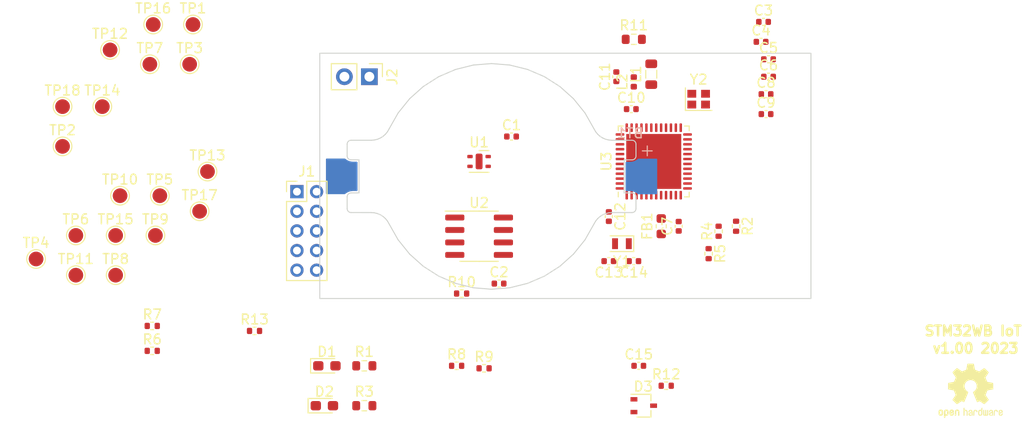
<source format=kicad_pcb>
(kicad_pcb (version 20211014) (generator pcbnew)
  (layers (0 "F.Cu" signal) (1 "In1.Cu" signal) (2 "In2.Cu" signal) (31 "B.Cu" signal) (34 "B.Paste" user) (35 "F.Paste" user) (36 "B.SilkS" user "B.Silkscreen") (37 "F.SilkS" user "F.Silkscreen") (38 "B.Mask" user) (39 "F.Mask" user) (44 "Edge.Cuts" user))
  (net 0 "")
  (net 1 "VDD")
  (net 2 "GND")
  (net 3 "Net-(C7-Pad2)")
  (net 4 "Net-(C11-Pad1)")
  (net 5 "Net-(C13-Pad1)")
  (net 6 "Net-(C14-Pad1)")
  (net 7 "Net-(C15-Pad1)")
  (net 8 "/IO_LED0")
  (net 9 "Net-(D1-Pad2)")
  (net 10 "/IO_LED1")
  (net 11 "Net-(D2-Pad2)")
  (net 13 "/NRST")
  (net 14 "Net-(J1-Pad1)")
  (net 15 "Net-(J1-Pad3)")
  (net 16 "Net-(J1-Pad5)")
  (net 19 "Net-(L1-Pad2)")
  (net 20 "Net-(L2-Pad2)")
  (net 21 "/IO_IO1")
  (net 22 "/IO_IO0")
  (net 23 "/IO_PWM")
  (net 24 "/MISC_SCL")
  (net 25 "/MISC_SDA")
  (net 26 "/SCL_INN")
  (net 27 "/SDA_INN")
  (net 28 "Net-(R10-Pad1)")
  (net 29 "/BOOT0")
  (net 30 "/MISC_RX")
  (net 31 "/MISC_TX")
  (net 32 "/MISC_IO0")
  (net 33 "/MISC_IO1")
  (net 34 "/SWDIO")
  (net 35 "/SWCLK")
  (net 42 "Net-(U3-Pad24)")
  (net 43 "Net-(U3-Pad25)")
  (footprint "TestPoint:TestPoint_Pad_D1.5mm" (layer "F.Cu") (at 119.916 87.694)
    (fp_text reference "TP12" (at 0 -1.648) (layer "F.SilkS"))
    (fp_text value "MISC_IO1")
    (pad "1" smd circle (at 0 0) (size 1.5 1.5) (layers "F.Cu" "F.Mask") (net 33 "/MISC_IO1"))
  )
  (footprint "Resistor_SMD:R_0603_1608Metric" (layer "F.Cu") (at 173.228 86.614)
    (fp_text reference "R11" (at 0 -1.43) (layer "F.SilkS"))
    (fp_text value "0R/250mW")
    (pad "1" smd roundrect (at -0.825 0) (size 0.8 0.95) (layers "F.Cu" "F.Paste" "F.Mask") (net 1 "VDD"))
    (pad "2" smd roundrect (at 0.825 0) (size 0.8 0.95) (layers "F.Cu" "F.Paste" "F.Mask") (net 19 "Net-(L1-Pad2)"))
  )
  (footprint "Capacitor_SMD:C_0402_1005Metric" (layer "F.Cu") (at 186.182 86.868)
    (fp_text reference "C4" (at 0 -1.16) (layer "F.SilkS"))
    (fp_text value "100n/X5R")
    (pad "1" smd roundrect (at -0.48 0) (size 0.56 0.62) (layers "F.Cu" "F.Paste" "F.Mask") (net 1 "VDD"))
    (pad "2" smd roundrect (at 0.48 0) (size 0.56 0.62) (layers "F.Cu" "F.Paste" "F.Mask") (net 2 "GND"))
  )
  (footprint "Capacitor_SMD:C_0402_1005Metric" (layer "F.Cu") (at 160.782 96.52)
    (fp_text reference "C1" (at 0 -1.16) (layer "F.SilkS"))
    (fp_text value "100n/X5R")
    (pad "1" smd roundrect (at -0.48 0) (size 0.56 0.62) (layers "F.Cu" "F.Paste" "F.Mask") (net 1 "VDD"))
    (pad "2" smd roundrect (at 0.48 0) (size 0.56 0.62) (layers "F.Cu" "F.Paste" "F.Mask") (net 2 "GND"))
  )
  (footprint "TestPoint:TestPoint_Pad_D1.5mm" (layer "F.Cu") (at 120.482 110.65)
    (fp_text reference "TP8" (at 0 -1.648) (layer "F.SilkS"))
    (fp_text value "GND")
    (pad "1" smd circle (at 0 0) (size 1.5 1.5) (layers "F.Cu" "F.Mask") (net 2 "GND"))
  )
  (footprint "Resistor_SMD:R_0402_1005Metric" (layer "F.Cu") (at 155.194 119.888)
    (fp_text reference "R8" (at 0 -1.17) (layer "F.SilkS"))
    (fp_text value "10k")
    (pad "1" smd roundrect (at -0.51 0) (size 0.54 0.64) (layers "F.Cu" "F.Paste" "F.Mask") (net 1 "VDD"))
    (pad "2" smd roundrect (at 0.51 0) (size 0.54 0.64) (layers "F.Cu" "F.Paste" "F.Mask") (net 26 "/SCL_INN"))
  )
  (footprint "Resistor_SMD:R_0402_1005Metric" (layer "F.Cu") (at 157.988 120.142)
    (fp_text reference "R9" (at 0 -1.17) (layer "F.SilkS"))
    (fp_text value "10k")
    (pad "1" smd roundrect (at -0.51 0) (size 0.54 0.64) (layers "F.Cu" "F.Paste" "F.Mask") (net 1 "VDD"))
    (pad "2" smd roundrect (at 0.51 0) (size 0.54 0.64) (layers "F.Cu" "F.Paste" "F.Mask") (net 27 "/SDA_INN"))
  )
  (footprint "Capacitor_SMD:C_0402_1005Metric" (layer "F.Cu") (at 186.69 94.234)
    (fp_text reference "C9" (at 0 -1.16) (layer "F.SilkS"))
    (fp_text value "100n/X5R")
    (pad "1" smd roundrect (at -0.48 0) (size 0.56 0.62) (layers "F.Cu" "F.Paste" "F.Mask") (net 1 "VDD"))
    (pad "2" smd roundrect (at 0.48 0) (size 0.56 0.62) (layers "F.Cu" "F.Paste" "F.Mask") (net 2 "GND"))
  )
  (footprint "TestPoint:TestPoint_Pad_D1.5mm" (layer "F.Cu") (at 123.966 89.154)
    (fp_text reference "TP7" (at 0 -1.648) (layer "F.SilkS"))
    (fp_text value "MISC_NRST")
    (pad "1" smd circle (at 0 0) (size 1.5 1.5) (layers "F.Cu" "F.Mask") (net 13 "/NRST"))
  )
  (footprint "Inductor_SMD:L_0402_1005Metric" (layer "F.Cu") (at 173.228 90.955 90)
    (fp_text reference "L2" (at 0 -1.17 90) (layer "F.SilkS"))
    (fp_text value "10uH/500mA/5%")
    (pad "1" smd roundrect (at -0.485 0 90) (size 0.59 0.64) (layers "F.Cu" "F.Paste" "F.Mask") (net 19 "Net-(L1-Pad2)"))
    (pad "2" smd roundrect (at 0.485 0 90) (size 0.59 0.64) (layers "F.Cu" "F.Paste" "F.Mask") (net 20 "Net-(L2-Pad2)"))
  )
  (footprint "Resistor_SMD:R_0603_1608Metric" (layer "F.Cu") (at 145.796 123.952)
    (fp_text reference "R3" (at 0 -1.43) (layer "F.SilkS"))
    (fp_text value "2k")
    (pad "1" smd roundrect (at -0.825 0) (size 0.8 0.95) (layers "F.Cu" "F.Paste" "F.Mask") (net 1 "VDD"))
    (pad "2" smd roundrect (at 0.825 0) (size 0.8 0.95) (layers "F.Cu" "F.Paste" "F.Mask") (net 11 "Net-(D2-Pad2)"))
  )
  (footprint "Capacitor_SMD:C_0402_1005Metric" (layer "F.Cu") (at 177.8 105.664 90)
    (fp_text reference "C7" (at 0 -1.16 90) (layer "F.SilkS"))
    (fp_text value "100n/X5R")
    (pad "1" smd roundrect (at -0.48 0 90) (size 0.56 0.62) (layers "F.Cu" "F.Paste" "F.Mask") (net 2 "GND"))
    (pad "2" smd roundrect (at 0.48 0 90) (size 0.56 0.62) (layers "F.Cu" "F.Paste" "F.Mask") (net 3 "Net-(C7-Pad2)"))
  )
  (footprint "Capacitor_SMD:C_0402_1005Metric" (layer "F.Cu") (at 170.688 104.676 -90)
    (fp_text reference "C12" (at 0 -1.16 90) (layer "F.SilkS"))
    (fp_text value "100n\\X7R")
    (pad "1" smd roundrect (at -0.48 0 270) (size 0.56 0.62) (layers "F.Cu" "F.Paste" "F.Mask") (net 1 "VDD"))
    (pad "2" smd roundrect (at 0.48 0 270) (size 0.56 0.62) (layers "F.Cu" "F.Paste" "F.Mask") (net 2 "GND"))
  )
  (footprint "Resistor_SMD:R_0603_1608Metric" (layer "F.Cu") (at 145.796 119.888)
    (fp_text reference "R1" (at 0 -1.43) (layer "F.SilkS"))
    (fp_text value "2k")
    (pad "1" smd roundrect (at -0.825 0) (size 0.8 0.95) (layers "F.Cu" "F.Paste" "F.Mask") (net 1 "VDD"))
    (pad "2" smd roundrect (at 0.825 0) (size 0.8 0.95) (layers "F.Cu" "F.Paste" "F.Mask") (net 9 "Net-(D1-Pad2)"))
  )
  (footprint "Package_SO:SOIC-8_3.9x4.9mm_P1.27mm" (layer "F.Cu") (at 157.48 106.68)
    (fp_text reference "U2" (at 0 -3.4) (layer "F.SilkS"))
    (fp_text value "M24C02-RMN")
    (pad "1" smd roundrect (at -2.475 -1.905) (size 1.95 0.6) (layers "F.Cu" "F.Paste" "F.Mask") (net 28 "Net-(R10-Pad1)"))
    (pad "2" smd roundrect (at -2.475 -0.635) (size 1.95 0.6) (layers "F.Cu" "F.Paste" "F.Mask") (net 28 "Net-(R10-Pad1)"))
    (pad "3" smd roundrect (at -2.475 0.635) (size 1.95 0.6) (layers "F.Cu" "F.Paste" "F.Mask") (net 28 "Net-(R10-Pad1)"))
    (pad "4" smd roundrect (at -2.475 1.905) (size 1.95 0.6) (layers "F.Cu" "F.Paste" "F.Mask") (net 2 "GND"))
    (pad "5" smd roundrect (at 2.475 1.905) (size 1.95 0.6) (layers "F.Cu" "F.Paste" "F.Mask") (net 27 "/SDA_INN"))
    (pad "6" smd roundrect (at 2.475 0.635) (size 1.95 0.6) (layers "F.Cu" "F.Paste" "F.Mask") (net 26 "/SCL_INN"))
    (pad "7" smd roundrect (at 2.475 -0.635) (size 1.95 0.6) (layers "F.Cu" "F.Paste" "F.Mask"))
    (pad "8" smd roundrect (at 2.475 -1.905) (size 1.95 0.6) (layers "F.Cu" "F.Paste" "F.Mask") (net 1 "VDD"))
  )
  (footprint "TestPoint:TestPoint_Pad_D1.5mm" (layer "F.Cu") (at 116.432 106.6)
    (fp_text reference "TP6" (at 0 -1.648) (layer "F.SilkS"))
    (fp_text value "GND")
    (pad "1" smd circle (at 0 0) (size 1.5 1.5) (layers "F.Cu" "F.Mask") (net 2 "GND"))
  )
  (footprint "Capacitor_SMD:C_0402_1005Metric" (layer "F.Cu") (at 186.944 90.424)
    (fp_text reference "C6" (at 0 -1.16) (layer "F.SilkS"))
    (fp_text value "100n/X5R")
    (pad "1" smd roundrect (at -0.48 0) (size 0.56 0.62) (layers "F.Cu" "F.Paste" "F.Mask") (net 1 "VDD"))
    (pad "2" smd roundrect (at 0.48 0) (size 0.56 0.62) (layers "F.Cu" "F.Paste" "F.Mask") (net 2 "GND"))
  )
  (footprint "Symbol:OSHW-Logo2_7.3x6mm_SilkScreen" (layer "F.Cu") (at 207.518 122.428)
    (fp_text reference "REF**" hide)
    (fp_text value "OSHW-Logo2_7.3x6mm_SilkScreen" hide)
  )
  (footprint "TestPoint:TestPoint_Pad_D1.5mm" (layer "F.Cu") (at 129.832 100.09)
    (fp_text reference "TP13" (at 0 -1.648) (layer "F.SilkS"))
    (fp_text value "GND")
    (pad "1" smd circle (at 0 0) (size 1.5 1.5) (layers "F.Cu" "F.Mask") (net 2 "GND"))
  )
  (footprint "Inductor_SMD:L_0603_1608Metric" (layer "F.Cu") (at 176.022 105.664 90)
    (fp_text reference "FB1" (at 0 -1.43 90) (layer "F.SilkS"))
    (fp_text value "500mA/500mΩ")
    (pad "1" smd roundrect (at -0.7875 0 90) (size 0.875 0.95) (layers "F.Cu" "F.Paste" "F.Mask") (net 1 "VDD"))
    (pad "2" smd roundrect (at 0.7875 0 90) (size 0.875 0.95) (layers "F.Cu" "F.Paste" "F.Mask") (net 3 "Net-(C7-Pad2)"))
  )
  (footprint "Resistor_SMD:R_0402_1005Metric" (layer "F.Cu") (at 180.848 108.458 -90)
    (fp_text reference "R5" (at 0 -1.17 90) (layer "F.SilkS"))
    (fp_text value "33R")
    (pad "1" smd roundrect (at -0.51 0 270) (size 0.54 0.64) (layers "F.Cu" "F.Paste" "F.Mask") (net 23 "/IO_PWM"))
    (pad "2" smd roundrect (at 0.51 0 270) (size 0.54 0.64) (layers "F.Cu" "F.Paste" "F.Mask") (net 16 "Net-(J1-Pad5)"))
  )
  (footprint "Capacitor_SMD:C_0402_1005Metric" (layer "F.Cu") (at 173.736 119.888)
    (fp_text reference "C15" (at 0 -1.16) (layer "F.SilkS"))
    (fp_text value "100n/X5R")
    (pad "1" smd roundrect (at -0.48 0) (size 0.56 0.62) (layers "F.Cu" "F.Paste" "F.Mask") (net 7 "Net-(C15-Pad1)"))
    (pad "2" smd roundrect (at 0.48 0) (size 0.56 0.62) (layers "F.Cu" "F.Paste" "F.Mask") (net 2 "GND"))
  )
  (footprint "Capacitor_SMD:C_0402_1005Metric" (layer "F.Cu") (at 170.688 109.22 180)
    (fp_text reference "C13" (at 0 -1.16) (layer "F.SilkS"))
    (fp_text value "12pF")
    (pad "1" smd roundrect (at -0.48 0 180) (size 0.56 0.62) (layers "F.Cu" "F.Paste" "F.Mask") (net 5 "Net-(C13-Pad1)"))
    (pad "2" smd roundrect (at 0.48 0 180) (size 0.56 0.62) (layers "F.Cu" "F.Paste" "F.Mask") (net 2 "GND"))
  )
  (footprint "Resistor_SMD:R_0402_1005Metric" (layer "F.Cu") (at 124.206 118.364)
    (fp_text reference "R6" (at 0 -1.17) (layer "F.SilkS"))
    (fp_text value "10k")
    (pad "1" smd roundrect (at -0.51 0) (size 0.54 0.64) (layers "F.Cu" "F.Paste" "F.Mask") (net 1 "VDD"))
    (pad "2" smd roundrect (at 0.51 0) (size 0.54 0.64) (layers "F.Cu" "F.Paste" "F.Mask") (net 24 "/MISC_SCL"))
  )
  (footprint "TestPoint:TestPoint_Pad_D1.5mm" (layer "F.Cu") (at 120.932 102.55)
    (fp_text reference "TP10" (at 0 -1.648) (layer "F.SilkS"))
    (fp_text value "VDD")
    (pad "1" smd circle (at 0 0) (size 1.5 1.5) (layers "F.Cu" "F.Mask") (net 1 "VDD"))
  )
  (footprint "TestPoint:TestPoint_Pad_D1.5mm" (layer "F.Cu") (at 128.356 85.104)
    (fp_text reference "TP1" (at 0 -1.648) (layer "F.SilkS"))
    (fp_text value "MISC_RX")
    (pad "1" smd circle (at 0 0) (size 1.5 1.5) (layers "F.Cu" "F.Mask") (net 30 "/MISC_RX"))
  )
  (footprint "TestPoint:TestPoint_Pad_D1.5mm" (layer "F.Cu") (at 124.532 106.6)
    (fp_text reference "TP9" (at 0 -1.648) (layer "F.SilkS"))
    (fp_text value "MISC_BOOT0")
    (pad "1" smd circle (at 0 0) (size 1.5 1.5) (layers "F.Cu" "F.Mask") (net 29 "/BOOT0"))
  )
  (footprint "LED_SMD:LED_0603_1608Metric_Pad1.05x0.95mm_HandSolder" (layer "F.Cu") (at 141.986 119.888)
    (fp_text reference "D1" (at 0 -1.43) (layer "F.SilkS"))
    (fp_text value "LED")
    (pad "1" smd roundrect (at -0.875 0) (size 1.05 0.95) (layers "F.Cu" "F.Paste" "F.Mask") (net 8 "/IO_LED0"))
    (pad "2" smd roundrect (at 0.875 0) (size 1.05 0.95) (layers "F.Cu" "F.Paste" "F.Mask") (net 9 "Net-(D1-Pad2)"))
  )
  (footprint "Resistor_SMD:R_0402_1005Metric" (layer "F.Cu") (at 155.702 112.522)
    (fp_text reference "R10" (at 0 -1.17) (layer "F.SilkS"))
    (fp_text value "10k")
    (pad "1" smd roundrect (at -0.51 0) (size 0.54 0.64) (layers "F.Cu" "F.Paste" "F.Mask") (net 28 "Net-(R10-Pad1)"))
    (pad "2" smd roundrect (at 0.51 0) (size 0.54 0.64) (layers "F.Cu" "F.Paste" "F.Mask") (net 2 "GND"))
  )
  (footprint "TestPoint:TestPoint_Pad_D1.5mm" (layer "F.Cu") (at 119.126 93.472)
    (fp_text reference "TP14" (at 0 -1.648) (layer "F.SilkS"))
    (fp_text value "SWDIO")
    (pad "1" smd circle (at 0 0) (size 1.5 1.5) (layers "F.Cu" "F.Mask") (net 34 "/SWDIO"))
  )
  (footprint "TestPoint:TestPoint_Pad_D1.5mm" (layer "F.Cu") (at 120.482 106.6)
    (fp_text reference "TP15" (at 0 -1.648) (layer "F.SilkS"))
    (fp_text value "SWCLK")
    (pad "1" smd circle (at 0 0) (size 1.5 1.5) (layers "F.Cu" "F.Mask") (net 35 "/SWCLK"))
  )
  (footprint "Capacitor_SMD:C_0402_1005Metric" (layer "F.Cu") (at 173.228 109.22 180)
    (fp_text reference "C14" (at 0 -1.16) (layer "F.SilkS"))
    (fp_text value "12pF")
    (pad "1" smd roundrect (at -0.48 0 180) (size 0.56 0.62) (layers "F.Cu" "F.Paste" "F.Mask") (net 6 "Net-(C14-Pad1)"))
    (pad "2" smd roundrect (at 0.48 0 180) (size 0.56 0.62) (layers "F.Cu" "F.Paste" "F.Mask") (net 2 "GND"))
  )
  (footprint "Package_TO_SOT_SMD:SOT-323_SC-70" (layer "F.Cu") (at 174.244 123.952)
    (fp_text reference "D3" (at -0.05 -1.95) (layer "F.SilkS"))
    (fp_text value "BAT54W")
    (pad "1" smd rect (at -1 -0.65 270) (size 0.45 0.7) (layers "F.Cu" "F.Paste" "F.Mask") (net 7 "Net-(C15-Pad1)"))
    (pad "2" smd rect (at -1 0.65 270) (size 0.45 0.7) (layers "F.Cu" "F.Paste" "F.Mask"))
    (pad "3" smd rect (at 1 0 270) (size 0.45 0.7) (layers "F.Cu" "F.Paste" "F.Mask") (net 13 "/NRST"))
  )
  (footprint "Crystal:Crystal_SMD_2016-4Pin_2.0x1.6mm" (layer "F.Cu") (at 179.832 92.71)
    (fp_text reference "Y2" (at 0 -2) (layer "F.SilkS"))
    (fp_text value "32MHz")
    (pad "1" smd rect (at -0.7 0.55) (size 0.9 0.8) (layers "F.Cu" "F.Paste" "F.Mask") (net 42 "Net-(U3-Pad24)"))
    (pad "2" smd rect (at 0.7 0.55) (size 0.9 0.8) (layers "F.Cu" "F.Paste" "F.Mask") (net 2 "GND"))
    (pad "3" smd rect (at 0.7 -0.55) (size 0.9 0.8) (layers "F.Cu" "F.Paste" "F.Mask") (net 43 "Net-(U3-Pad25)"))
    (pad "4" smd rect (at -0.7 -0.55) (size 0.9 0.8) (layers "F.Cu" "F.Paste" "F.Mask") (net 2 "GND"))
  )
  (footprint "TestPoint:TestPoint_Pad_D1.5mm" (layer "F.Cu") (at 116.432 110.65)
    (fp_text reference "TP11" (at 0 -1.648) (layer "F.SilkS"))
    (fp_text value "MISC_IO0")
    (pad "1" smd circle (at 0 0) (size 1.5 1.5) (layers "F.Cu" "F.Mask") (net 32 "/MISC_IO0"))
  )
  (footprint "LED_SMD:LED_0603_1608Metric_Pad1.05x0.95mm_HandSolder" (layer "F.Cu") (at 141.732 123.952)
    (fp_text reference "D2" (at 0 -1.43) (layer "F.SilkS"))
    (fp_text value "LED")
    (pad "1" smd roundrect (at -0.875 0) (size 1.05 0.95) (layers "F.Cu" "F.Paste" "F.Mask") (net 10 "/IO_LED1"))
    (pad "2" smd roundrect (at 0.875 0) (size 1.05 0.95) (layers "F.Cu" "F.Paste" "F.Mask") (net 11 "Net-(D2-Pad2)"))
  )
  (footprint "TestPoint:TestPoint_Pad_D1.5mm" (layer "F.Cu") (at 124.982 102.55)
    (fp_text reference "TP5" (at 0 -1.648) (layer "F.SilkS"))
    (fp_text value "MISC_SDA")
    (pad "1" smd circle (at 0 0) (size 1.5 1.5) (layers "F.Cu" "F.Mask") (net 25 "/MISC_SDA"))
  )
  (footprint "Resistor_SMD:R_0402_1005Metric" (layer "F.Cu") (at 124.208 115.824)
    (fp_text reference "R7" (at 0 -1.17) (layer "F.SilkS"))
    (fp_text value "10k")
    (pad "1" smd roundrect (at -0.51 0) (size 0.54 0.64) (layers "F.Cu" "F.Paste" "F.Mask") (net 1 "VDD"))
    (pad "2" smd roundrect (at 0.51 0) (size 0.54 0.64) (layers "F.Cu" "F.Paste" "F.Mask") (net 25 "/MISC_SDA"))
  )
  (footprint "Resistor_SMD:R_0402_1005Metric" (layer "F.Cu") (at 181.864 106.172 90)
    (fp_text reference "R4" (at 0 -1.17 90) (layer "F.SilkS"))
    (fp_text value "33R")
    (pad "1" smd roundrect (at -0.51 0 90) (size 0.54 0.64) (layers "F.Cu" "F.Paste" "F.Mask") (net 22 "/IO_IO0"))
    (pad "2" smd roundrect (at 0.51 0 90) (size 0.54 0.64) (layers "F.Cu" "F.Paste" "F.Mask") (net 14 "Net-(J1-Pad1)"))
  )
  (footprint "Sensor_Humidity:Sensirion_DFN-4-1EP_2x2mm_P1mm_EP0.7x1.6mm" (layer "F.Cu") (at 157.48 99.06)
    (fp_text reference "U1" (at 0 -1.95) (layer "F.SilkS"))
    (fp_text value "SHTC3")
    (pad "1" smd roundrect (at -0.925 -0.5) (size 0.55 0.35) (layers "F.Cu" "F.Mask") (net 1 "VDD"))
    (pad "2" smd roundrect (at -0.925 0.5) (size 0.55 0.35) (layers "F.Cu" "F.Mask") (net 26 "/SCL_INN"))
    (pad "3" smd roundrect (at 0.925 0.5) (size 0.55 0.35) (layers "F.Cu" "F.Mask") (net 27 "/SDA_INN"))
    (pad "4" smd roundrect (at 0.925 -0.5) (size 0.55 0.35) (layers "F.Cu" "F.Mask") (net 2 "GND"))
    (pad "5" smd roundrect (at 0 0) (size 0.7 1.6) (layers "F.Cu" "F.Mask"))
  )
  (footprint "Capacitor_SMD:C_0402_1005Metric" (layer "F.Cu") (at 159.512 111.506)
    (fp_text reference "C2" (at 0 -1.16) (layer "F.SilkS"))
    (fp_text value "100n/X5R")
    (pad "1" smd roundrect (at -0.48 0) (size 0.56 0.62) (layers "F.Cu" "F.Paste" "F.Mask") (net 1 "VDD"))
    (pad "2" smd roundrect (at 0.48 0) (size 0.56 0.62) (layers "F.Cu" "F.Paste" "F.Mask") (net 2 "GND"))
  )
  (footprint "Inductor_SMD:L_0805_2012Metric" (layer "F.Cu") (at 175.006 90.17 90)
    (fp_text reference "L1" (at 0 -1.55 90) (layer "F.SilkS"))
    (fp_text value "10uH/100mA/20%")
    (pad "1" smd roundrect (at -1.0625 0 90) (size 0.875 1.2) (layers "F.Cu" "F.Paste" "F.Mask") (net 4 "Net-(C11-Pad1)"))
    (pad "2" smd roundrect (at 1.0625 0 90) (size 0.875 1.2) (layers "F.Cu" "F.Paste" "F.Mask") (net 19 "Net-(L1-Pad2)"))
  )
  (footprint "TestPoint:TestPoint_Pad_D1.5mm" (layer "F.Cu") (at 129.032 104.14)
    (fp_text reference "TP17" (at 0 -1.648) (layer "F.SilkS"))
    (fp_text value "VDD")
    (pad "1" smd circle (at 0 0) (size 1.5 1.5) (layers "F.Cu" "F.Mask") (net 1 "VDD"))
  )
  (footprint "Capacitor_SMD:C_0402_1005Metric" (layer "F.Cu") (at 186.944 88.646)
    (fp_text reference "C5" (at 0 -1.16) (layer "F.SilkS"))
    (fp_text value "100n/X5R")
    (pad "1" smd roundrect (at -0.48 0) (size 0.56 0.62) (layers "F.Cu" "F.Paste" "F.Mask") (net 1 "VDD"))
    (pad "2" smd roundrect (at 0.48 0) (size 0.56 0.62) (layers "F.Cu" "F.Paste" "F.Mask") (net 2 "GND"))
  )
  (footprint "Resistor_SMD:R_0402_1005Metric" (layer "F.Cu") (at 183.642 105.664 -90)
    (fp_text reference "R2" (at 0 -1.17 90) (layer "F.SilkS"))
    (fp_text value "33R")
    (pad "1" smd roundrect (at -0.51 0 270) (size 0.54 0.64) (layers "F.Cu" "F.Paste" "F.Mask") (net 21 "/IO_IO1"))
    (pad "2" smd roundrect (at 0.51 0 270) (size 0.54 0.64) (layers "F.Cu" "F.Paste" "F.Mask") (net 15 "Net-(J1-Pad3)"))
  )
  (footprint "Capacitor_SMD:C_0402_1005Metric" (layer "F.Cu") (at 172.974 93.726)
    (fp_text reference "C10" (at 0 -1.16) (layer "F.SilkS"))
    (fp_text value "4.7uF/X5R")
    (pad "1" smd roundrect (at -0.48 0) (size 0.56 0.62) (layers "F.Cu" "F.Paste" "F.Mask") (net 2 "GND"))
    (pad "2" smd roundrect (at 0.48 0) (size 0.56 0.62) (layers "F.Cu" "F.Paste" "F.Mask") (net 1 "VDD"))
  )
  (footprint "TestPoint:TestPoint_Pad_D1.5mm" (layer "F.Cu") (at 115.076 93.472)
    (fp_text reference "TP18" (at 0 -1.648) (layer "F.SilkS"))
    (fp_text value "GND")
    (pad "1" smd circle (at 0 0) (size 1.5 1.5) (layers "F.Cu" "F.Mask") (net 2 "GND"))
  )
  (footprint "Crystal:Crystal_SMD_2012-2Pin_2.0x1.2mm" (layer "F.Cu") (at 172.02 107.442 180)
    (fp_text reference "Y1" (at 0 -1.8) (layer "F.SilkS"))
    (fp_text value "32.768kHz")
    (pad "1" smd rect (at -0.7 0 180) (size 0.6 1.1) (layers "F.Cu" "F.Paste" "F.Mask") (net 6 "Net-(C14-Pad1)"))
    (pad "2" smd rect (at 0.7 0 180) (size 0.6 1.1) (layers "F.Cu" "F.Paste" "F.Mask") (net 5 "Net-(C13-Pad1)"))
  )
  (footprint "Capacitor_SMD:C_0402_1005Metric" (layer "F.Cu") (at 186.436 84.836)
    (fp_text reference "C3" (at 0 -1.16) (layer "F.SilkS"))
    (fp_text value "100n/X5R")
    (pad "1" smd roundrect (at -0.48 0) (size 0.56 0.62) (layers "F.Cu" "F.Paste" "F.Mask") (net 1 "VDD"))
    (pad "2" smd roundrect (at 0.48 0) (size 0.56 0.62) (layers "F.Cu" "F.Paste" "F.Mask") (net 2 "GND"))
  )
  (footprint "TestPoint:TestPoint_Pad_D1.5mm" (layer "F.Cu") (at 112.382 109)
    (fp_text reference "TP4" (at 0 -1.648) (layer "F.SilkS"))
    (fp_text value "MISC_SCL")
    (pad "1" smd circle (at 0 0) (size 1.5 1.5) (layers "F.Cu" "F.Mask") (net 24 "/MISC_SCL"))
  )
  (footprint "Connector_PinHeader_2.54mm:PinHeader_1x02_P2.54mm_Vertical" (layer "F.Cu") (at 146.309 90.424 -90)
    (fp_text reference "J2" (at 0 -2.33 90) (layer "F.SilkS"))
    (fp_text value "Conn_01x02_Male")
    (pad "1" thru_hole rect (at 0 0 270) (size 1.7 1.7) (drill 1) (layers *.Cu *.Mask) (net 1 "VDD"))
    (pad "2" thru_hole oval (at 0 2.54 270) (size 1.7 1.7) (drill 1) (layers *.Cu *.Mask) (net 2 "GND"))
  )
  (footprint "Resistor_SMD:R_0402_1005Metric" (layer "F.Cu") (at 176.53 121.92)
    (fp_text reference "R12" (at 0 -1.17) (layer "F.SilkS"))
    (fp_text value "10k")
    (pad "1" smd roundrect (at -0.51 0) (size 0.54 0.64) (layers "F.Cu" "F.Paste" "F.Mask") (net 1 "VDD"))
    (pad "2" smd roundrect (at 0.51 0) (size 0.54 0.64) (layers "F.Cu" "F.Paste" "F.Mask") (net 7 "Net-(C15-Pad1)"))
  )
  (footprint "Capacitor_SMD:C_0402_1005Metric" (layer "F.Cu") (at 171.45 90.424 90)
    (fp_text reference "C11" (at 0 -1.16 90) (layer "F.SilkS"))
    (fp_text value "4.7uF/X5R")
    (pad "1" smd roundrect (at -0.48 0 90) (size 0.56 0.62) (layers "F.Cu" "F.Paste" "F.Mask") (net 4 "Net-(C11-Pad1)"))
    (pad "2" smd roundrect (at 0.48 0 90) (size 0.56 0.62) (layers "F.Cu" "F.Paste" "F.Mask") (net 2 "GND"))
  )
  (footprint "TestPoint:TestPoint_Pad_D1.5mm" (layer "F.Cu") (at 115.076 97.522)
    (fp_text reference "TP2" (at 0 -1.648) (layer "F.SilkS"))
    (fp_text value "MISC_TX")
    (pad "1" smd circle (at 0 0) (size 1.5 1.5) (layers "F.Cu" "F.Mask") (net 31 "/MISC_TX"))
  )
  (footprint "Capacitor_SMD:C_0402_1005Metric" (layer "F.Cu") (at 186.69 92.202)
    (fp_text reference "C8" (at 0 -1.16) (layer "F.SilkS"))
    (fp_text value "100n/X5R")
    (pad "1" smd roundrect (at -0.48 0) (size 0.56 0.62) (layers "F.Cu" "F.Paste" "F.Mask") (net 1 "VDD"))
    (pad "2" smd roundrect (at 0.48 0) (size 0.56 0.62) (layers "F.Cu" "F.Paste" "F.Mask") (net 2 "GND"))
  )
  (footprint "Connector_PinHeader_2.00mm:PinHeader_2x05_P2.00mm_Vertical" (layer "F.Cu") (at 138.938 102.14)
    (fp_text reference "J1" (at 1 -2.06) (layer "F.SilkS"))
    (fp_text value "Conn_02x05_Odd_Even")
    (pad "1" thru_hole rect (at 0 0) (size 1.35 1.35) (drill 0.8) (layers *.Cu *.Mask) (net 14 "Net-(J1-Pad1)"))
    (pad "2" thru_hole oval (at 2 0) (size 1.35 1.35) (drill 0.8) (layers *.Cu *.Mask) (net 1 "VDD"))
    (pad "3" thru_hole oval (at 0 2) (size 1.35 1.35) (drill 0.8) (layers *.Cu *.Mask) (net 15 "Net-(J1-Pad3)"))
    (pad "4" thru_hole oval (at 2 2) (size 1.35 1.35) (drill 0.8) (layers *.Cu *.Mask) (net 2 "GND"))
    (pad "5" thru_hole oval (at 0 4) (size 1.35 1.35) (drill 0.8) (layers *.Cu *.Mask) (net 16 "Net-(J1-Pad5)"))
    (pad "6" thru_hole oval (at 2 4) (size 1.35 1.35) (drill 0.8) (layers *.Cu *.Mask) (net 2 "GND"))
    (pad "7" thru_hole oval (at 0 6) (size 1.35 1.35) (drill 0.8) (layers *.Cu *.Mask))
    (pad "8" thru_hole oval (at 2 6) (size 1.35 1.35) (drill 0.8) (layers *.Cu *.Mask) (net 2 "GND"))
    (pad "9" thru_hole oval (at 0 8) (size 1.35 1.35) (drill 0.8) (layers *.Cu *.Mask))
    (pad "10" thru_hole oval (at 2 8) (size 1.35 1.35) (drill 0.8) (layers *.Cu *.Mask) (net 1 "VDD"))
  )
  (footprint "Resistor_SMD:R_0402_1005Metric" (layer "F.Cu") (at 134.62 116.332)
    (fp_text reference "R13" (at 0 -1.17) (layer "F.SilkS"))
    (fp_text value "10k")
    (pad "1" smd roundrect (at -0.51 0) (size 0.54 0.64) (layers "F.Cu" "F.Paste" "F.Mask") (net 29 "/BOOT0"))
    (pad "2" smd roundrect (at 0.51 0) (size 0.54 0.64) (layers "F.Cu" "F.Paste" "F.Mask") (net 2 "GND"))
  )
  (footprint "Package_DFN_QFN:QFN-48-1EP_7x7mm_P0.5mm_EP5.6x5.6mm" (layer "F.Cu") (at 175.26 99.06 90)
    (fp_text reference "U3" (at 0 -4.82 90) (layer "F.SilkS"))
    (fp_text value "STM32WB55Cx")
    (pad "1" smd roundrect (at -3.4375 -2.75 90) (size 0.875 0.25) (layers "F.Cu" "F.Paste" "F.Mask") (net 1 "VDD"))
    (pad "2" smd roundrect (at -3.4375 -2.25 90) (size 0.875 0.25) (layers "F.Cu" "F.Paste" "F.Mask") (net 5 "Net-(C13-Pad1)"))
    (pad "3" smd roundrect (at -3.4375 -1.75 90) (size 0.875 0.25) (layers "F.Cu" "F.Paste" "F.Mask") (net 6 "Net-(C14-Pad1)"))
    (pad "4" smd roundrect (at -3.4375 -1.25 90) (size 0.875 0.25) (layers "F.Cu" "F.Paste" "F.Mask") (net 29 "/BOOT0"))
    (pad "5" smd roundrect (at -3.4375 -0.75 90) (size 0.875 0.25) (layers "F.Cu" "F.Paste" "F.Mask"))
    (pad "6" smd roundrect (at -3.4375 -0.25 90) (size 0.875 0.25) (layers "F.Cu" "F.Paste" "F.Mask"))
    (pad "7" smd roundrect (at -3.4375 0.25 90) (size 0.875 0.25) (layers "F.Cu" "F.Paste" "F.Mask") (net 7 "Net-(C15-Pad1)"))
    (pad "8" smd roundrect (at -3.4375 0.75 90) (size 0.875 0.25) (layers "F.Cu" "F.Paste" "F.Mask") (net 3 "Net-(C7-Pad2)"))
    (pad "9" smd roundrect (at -3.4375 1.25 90) (size 0.875 0.25) (layers "F.Cu" "F.Paste" "F.Mask") (net 23 "/IO_PWM"))
    (pad "10" smd roundrect (at -3.4375 1.75 90) (size 0.875 0.25) (layers "F.Cu" "F.Paste" "F.Mask") (net 22 "/IO_IO0"))
    (pad "11" smd roundrect (at -3.4375 2.25 90) (size 0.875 0.25) (layers "F.Cu" "F.Paste" "F.Mask") (net 30 "/MISC_RX"))
    (pad "12" smd roundrect (at -3.4375 2.75 90) (size 0.875 0.25) (layers "F.Cu" "F.Paste" "F.Mask") (net 31 "/MISC_TX"))
    (pad "13" smd roundrect (at -2.75 3.4375 90) (size 0.25 0.875) (layers "F.Cu" "F.Paste" "F.Mask") (net 32 "/MISC_IO0"))
    (pad "14" smd roundrect (at -2.25 3.4375 90) (size 0.25 0.875) (layers "F.Cu" "F.Paste" "F.Mask") (net 33 "/MISC_IO1"))
    (pad "15" smd roundrect (at -1.75 3.4375 90) (size 0.25 0.875) (layers "F.Cu" "F.Paste" "F.Mask") (net 21 "/IO_IO1"))
    (pad "16" smd roundrect (at -1.25 3.4375 90) (size 0.25 0.875) (layers "F.Cu" "F.Paste" "F.Mask") (net 24 "/MISC_SCL"))
    (pad "17" smd roundrect (at -0.75 3.4375 90) (size 0.25 0.875) (layers "F.Cu" "F.Paste" "F.Mask") (net 8 "/IO_LED0"))
    (pad "18" smd roundrect (at -0.25 3.4375 90) (size 0.25 0.875) (layers "F.Cu" "F.Paste" "F.Mask") (net 26 "/SCL_INN"))
    (pad "19" smd roundrect (at 0.25 3.4375 90) (size 0.25 0.875) (layers "F.Cu" "F.Paste" "F.Mask"))
    (pad "20" smd roundrect (at 0.75 3.4375 90) (size 0.25 0.875) (layers "F.Cu" "F.Paste" "F.Mask") (net 1 "VDD"))
    (pad "21" smd roundrect (at 1.25 3.4375 90) (size 0.25 0.875) (layers "F.Cu" "F.Paste" "F.Mask"))
    (pad "22" smd roundrect (at 1.75 3.4375 90) (size 0.25 0.875) (layers "F.Cu" "F.Paste" "F.Mask") (net 2 "GND"))
    (pad "23" smd roundrect (at 2.25 3.4375 90) (size 0.25 0.875) (layers "F.Cu" "F.Paste" "F.Mask") (net 1 "VDD"))
    (pad "24" smd roundrect (at 2.75 3.4375 90) (size 0.25 0.875) (layers "F.Cu" "F.Paste" "F.Mask") (net 42 "Net-(U3-Pad24)"))
    (pad "25" smd roundrect (at 3.4375 2.75 90) (size 0.875 0.25) (layers "F.Cu" "F.Paste" "F.Mask") (net 43 "Net-(U3-Pad25)"))
    (pad "26" smd roundrect (at 3.4375 2.25 90) (size 0.875 0.25) (layers "F.Cu" "F.Paste" "F.Mask"))
    (pad "27" smd roundrect (at 3.4375 1.75 90) (size 0.875 0.25) (layers "F.Cu" "F.Paste" "F.Mask"))
    (pad "28" smd roundrect (at 3.4375 1.25 90) (size 0.875 0.25) (layers "F.Cu" "F.Paste" "F.Mask"))
    (pad "29" smd roundrect (at 3.4375 0.75 90) (size 0.875 0.25) (layers "F.Cu" "F.Paste" "F.Mask"))
    (pad "30" smd roundrect (at 3.4375 0.25 90) (size 0.875 0.25) (layers "F.Cu" "F.Paste" "F.Mask"))
    (pad "31" smd roundrect (at 3.4375 -0.25 90) (size 0.875 0.25) (layers "F.Cu" "F.Paste" "F.Mask") (net 4 "Net-(C11-Pad1)"))
    (pad "32" smd roundrect (at 3.4375 -0.75 90) (size 0.875 0.25) (layers "F.Cu" "F.Paste" "F.Mask") (net 2 "GND"))
    (pad "33" smd roundrect (at 3.4375 -1.25 90) (size 0.875 0.25) (layers "F.Cu" "F.Paste" "F.Mask") (net 20 "Net-(L2-Pad2)"))
    (pad "34" smd roundrect (at 3.4375 -1.75 90) (size 0.875 0.25) (layers "F.Cu" "F.Paste" "F.Mask") (net 1 "VDD"))
    (pad "35" smd roundrect (at 3.4375 -2.25 90) (size 0.875 0.25) (layers "F.Cu" "F.Paste" "F.Mask") (net 1 "VDD"))
    (pad "36" smd roundrect (at 3.4375 -2.75 90) (size 0.875 0.25) (layers "F.Cu" "F.Paste" "F.Mask") (net 27 "/SDA_INN"))
    (pad "37" smd roundrect (at 2.75 -3.4375 90) (size 0.25 0.875) (layers "F.Cu" "F.Paste" "F.Mask") (net 10 "/IO_LED1"))
    (pad "38" smd roundrect (at 2.25 -3.4375 90) (size 0.25 0.875) (layers "F.Cu" "F.Paste" "F.Mask"))
    (pad "39" smd roundrect (at 1.75 -3.4375 90) (size 0.25 0.875) (layers "F.Cu" "F.Paste" "F.Mask") (net 34 "/SWDIO"))
    (pad "40" smd roundrect (at 1.25 -3.4375 90) (size 0.25 0.875) (layers "F.Cu" "F.Paste" "F.Mask"))
    (pad "41" smd roundrect (at 0.75 -3.4375 90) (size 0.25 0.875) (layers "F.Cu" "F.Paste" "F.Mask") (net 35 "/SWCLK"))
    (pad "42" smd roundrect (at 0.25 -3.4375 90) (size 0.25 0.875) (layers "F.Cu" "F.Paste" "F.Mask"))
    (pad "43" smd roundrect (at -0.25 -3.4375 90) (size 0.25 0.875) (layers "F.Cu" "F.Paste" "F.Mask"))
    (pad "44" smd roundrect (at -0.75 -3.4375 90) (size 0.25 0.875) (layers "F.Cu" "F.Paste" "F.Mask") (net 25 "/MISC_SDA"))
    (pad "45" smd roundrect (at -1.25 -3.4375 90) (size 0.25 0.875) (layers "F.Cu" "F.Paste" "F.Mask"))
    (pad "46" smd roundrect (at -1.75 -3.4375 90) (size 0.25 0.875) (layers "F.Cu" "F.Paste" "F.Mask"))
    (pad "47" smd roundrect (at -2.25 -3.4375 90) (size 0.25 0.875) (layers "F.Cu" "F.Paste" "F.Mask"))
    (pad "48" smd roundrect (at -2.75 -3.4375 90) (size 0.25 0.875) (layers "F.Cu" "F.Paste" "F.Mask") (net 1 "VDD"))
    (pad "49" smd rect (at 0 0 90) (size 5.6 5.6) (layers "F.Cu" "F.Mask") (net 2 "GND"))
  )
  (footprint "TestPoint:TestPoint_Pad_D1.5mm" (layer "F.Cu") (at 128.016 89.154)
    (fp_text reference "TP3" (at 0 -1.648) (layer "F.SilkS"))
    (fp_text value "GND")
    (pad "1" smd circle (at 0 0) (size 1.5 1.5) (layers "F.Cu" "F.Mask") (net 2 "GND"))
  )
  (footprint "TestPoint:TestPoint_Pad_D1.5mm" (layer "F.Cu") (at 124.306 85.104)
    (fp_text reference "TP16" (at 0 -1.648) (layer "F.SilkS"))
    (fp_text value "NRST")
    (pad "1" smd circle (at 0 0) (size 1.5 1.5) (layers "F.Cu" "F.Mask") (net 13 "/NRST"))
  )
  (footprint "Battery:BatteryHolder_Keystone_1057_1x2032" (layer "B.Cu") (at 158.75 100.584 180)
    (fp_text reference "BT1" (at -14.1 4.4) (layer "B.SilkS") (effects (justify mirror)))
    (fp_text value "Battery_Cell")
    (fp_line (start 8.341336 -7.916571) (end 6.952455 -9.160423) (layer "Edge.Cuts") (width 0.1))
    (fp_line (start 10.590541 4.560716) (end 10.793955 4.308205) (layer "Edge.Cuts") (width 0.1))
    (fp_line (start 1.858309 11.348863) (end 3.667774 10.899424) (layer "Edge.Cuts") (width 0.1))
    (fp_line (start 9.510967 6.464636) (end 10.430604 4.842778) (layer "Edge.Cuts") (width 0.1))
    (fp_line (start 10.430604 -4.842777) (end 9.510967 -6.464635) (layer "Edge.Cuts") (width 0.1))
    (fp_line (start 11.308825 3.917435) (end 11.606748 3.789448) (layer "Edge.Cuts") (width 0.1))
    (fp_line (start 14.3 1.68505) (end 13.5 1.68505) (layer "Edge.Cuts") (width 0.1))
    (fp_line (start -9.510966 6.464636) (end -8.341335 7.916572) (layer "Edge.Cuts") (width 0.1))
    (fp_line (start -10.59054 4.560716) (end -10.430603 4.842778) (layer "Edge.Cuts") (width 0.1))
    (fp_line (start 13.5 -1.684949) (end 14.3 -1.68505) (layer "Edge.Cuts") (width 0.1))
    (fp_line (start -11.308824 3.917435) (end -11.035498 4.091883) (layer "Edge.Cuts") (width 0.1))
    (fp_line (start 8.341336 7.916572) (end 9.510967 6.464636) (layer "Edge.Cuts") (width 0.1))
    (fp_line (start -3.667773 10.899424) (end -1.858308 11.348863) (layer "Edge.Cuts") (width 0.1))
    (fp_line (start -8.341335 7.916572) (end -6.952454 9.160424) (layer "Edge.Cuts") (width 0.1))
    (fp_line (start 0 -11.499999) (end -1.858308 -11.348862) (layer "Edge.Cuts") (width 0.1))
    (fp_line (start 10.430604 4.842778) (end 10.590541 4.560716) (layer "Edge.Cuts") (width 0.1))
    (fp_line (start 13.5 1.68505) (end 13.5 -1.684949) (layer "Edge.Cuts") (width 0.1))
    (fp_line (start 3.667774 -10.899423) (end 1.858309 -11.348862) (layer "Edge.Cuts") (width 0.1))
    (fp_line (start -11.921437 -3.711284) (end -12.244621 -3.684999) (layer "Edge.Cuts") (width 0.1))
    (fp_line (start -11.308824 -3.917434) (end -11.606747 -3.789447) (layer "Edge.Cuts") (width 0.1))
    (fp_line (start -10.430603 4.842778) (end -9.510966 6.464636) (layer "Edge.Cuts") (width 0.1))
    (fp_line (start 11.606748 3.789448) (end 11.921438 3.711285) (layer "Edge.Cuts") (width 0.1))
    (fp_line (start 5.380831 -10.163495) (end 3.667774 -10.899423) (layer "Edge.Cuts") (width 0.1))
    (fp_line (start 12.244622 3.685) (end 14.3 3.685) (layer "Edge.Cuts") (width 0.1))
    (fp_line (start -9.510966 -6.464635) (end -10.430603 -4.842777) (layer "Edge.Cuts") (width 0.1))
    (fp_line (start 10.590541 -4.560715) (end 10.430604 -4.842777) (layer "Edge.Cuts") (width 0.1))
    (fp_line (start -14.7 2.08505) (end -14.7 3.285) (layer "Edge.Cuts") (width 0.1))
    (fp_line (start 0 11.5) (end 1.858309 11.348863) (layer "Edge.Cuts") (width 0.1))
    (fp_line (start -13.5 1.68505) (end -14.3 1.68505) (layer "Edge.Cuts") (width 0.1))
    (fp_line (start 9.510967 -6.464635) (end 8.341336 -7.916571) (layer "Edge.Cuts") (width 0.1))
    (fp_line (start 5.380831 10.163496) (end 6.952455 9.160424) (layer "Edge.Cuts") (width 0.1))
    (fp_line (start -5.38083 10.163496) (end -3.667773 10.899424) (layer "Edge.Cuts") (width 0.1))
    (fp_line (start 11.921438 3.711285) (end 12.244622 3.685) (layer "Edge.Cuts") (width 0.1))
    (fp_line (start 11.921438 -3.711284) (end 11.606748 -3.789447) (layer "Edge.Cuts") (width 0.1))
    (fp_line (start 11.035499 4.091883) (end 11.308825 3.917435) (layer "Edge.Cuts") (width 0.1))
    (fp_line (start -6.952454 9.160424) (end -5.38083 10.163496) (layer "Edge.Cuts") (width 0.1))
    (fp_line (start -11.606747 3.789448) (end -11.308824 3.917435) (layer "Edge.Cuts") (width 0.1))
    (fp_line (start -3.667773 -10.899423) (end -5.38083 -10.163495) (layer "Edge.Cuts") (width 0.1))
    (fp_line (start 3.667774 10.899424) (end 5.380831 10.163496) (layer "Edge.Cuts") (width 0.1))
    (fp_line (start 11.035499 -4.091882) (end 10.793955 -4.308204) (layer "Edge.Cuts") (width 0.1))
    (fp_line (start -6.952454 -9.160423) (end -8.341335 -7.916571) (layer "Edge.Cuts") (width 0.1))
    (fp_line (start 11.606748 -3.789447) (end 11.308825 -3.917434) (layer "Edge.Cuts") (width 0.1))
    (fp_line (start -14.7 -3.284899) (end -14.7 -2.084949) (layer "Edge.Cuts") (width 0.1))
    (fp_line (start -8.341335 -7.916571) (end -9.510966 -6.464635) (layer "Edge.Cuts") (width 0.1))
    (fp_line (start 11.308825 -3.917434) (end 11.035499 -4.091882) (layer "Edge.Cuts") (width 0.1))
    (fp_line (start -11.921437 3.711285) (end -11.606747 3.789448) (layer "Edge.Cuts") (width 0.1))
    (fp_line (start -1.858308 11.348863) (end 0 11.5) (layer "Edge.Cuts") (width 0.1))
    (fp_line (start -13.5 -1.684949) (end -13.5 1.68505) (layer "Edge.Cuts") (width 0.1))
    (fp_line (start -10.793954 4.308205) (end -10.59054 4.560716) (layer "Edge.Cuts") (width 0.1))
    (fp_line (start 14.3 -3.682793) (end 12.244622 -3.684999) (layer "Edge.Cuts") (width 0.1))
    (fp_line (start 10.793955 4.308205) (end 11.035499 4.091883) (layer "Edge.Cuts") (width 0.1))
    (fp_line (start -10.430603 -4.842777) (end -10.59054 -4.560715) (layer "Edge.Cuts") (width 0.1))
    (fp_line (start 10.793955 -4.308204) (end 10.590541 -4.560715) (layer "Edge.Cuts") (width 0.1))
    (fp_line (start -12.244621 -3.684999) (end -14.3 -3.684899) (layer "Edge.Cuts") (width 0.1))
    (fp_line (start 14.7 -2.082843) (end 14.7 -3.282793) (layer "Edge.Cuts") (width 0.1))
    (fp_line (start 14.7 3.285) (end 14.7 2.08505) (layer "Edge.Cuts") (width 0.1))
    (fp_line (start 12.244622 -3.684999) (end 11.921438 -3.711284) (layer "Edge.Cuts") (width 0.1))
    (fp_line (start -14.3 -1.684949) (end -13.5 -1.684949) (layer "Edge.Cuts") (width 0.1))
    (fp_line (start -12.244621 3.685) (end -11.921437 3.711285) (layer "Edge.Cuts") (width 0.1))
    (fp_line (start 6.952455 9.160424) (end 8.341336 7.916572) (layer "Edge.Cuts") (width 0.1))
    (fp_line (start -14.3 3.685) (end -12.244621 3.685) (layer "Edge.Cuts") (width 0.1))
    (fp_line (start 6.952455 -9.160423) (end 5.380831 -10.163495) (layer "Edge.Cuts") (width 0.1))
    (fp_line (start -11.035498 4.091883) (end -10.793954 4.308205) (layer "Edge.Cuts") (width 0.1))
    (fp_line (start -11.606747 -3.789447) (end -11.921437 -3.711284) (layer "Edge.Cuts") (width 0.1))
    (fp_line (start -5.38083 -10.163495) (end -6.952454 -9.160423) (layer "Edge.Cuts") (width 0.1))
    (fp_line (start -1.858308 -11.348862) (end -3.667773 -10.899423) (layer "Edge.Cuts") (width 0.1))
    (fp_line (start -10.59054 -4.560715) (end -10.793954 -4.308204) (layer "Edge.Cuts") (width 0.1))
    (fp_line (start -11.035498 -4.091882) (end -11.308824 -3.917434) (layer "Edge.Cuts") (width 0.1))
    (fp_line (start 1.858309 -11.348862) (end 0 -11.499999) (layer "Edge.Cuts") (width 0.1))
    (fp_line (start -10.793954 -4.308204) (end -11.035498 -4.091882) (layer "Edge.Cuts") (width 0.1))
    (fp_arc (start 14.3 -3.682793) (mid 14.58284 -3.565635) (end 14.7 -3.282793) (layer "Edge.Cuts") (width 0.1))
    (fp_arc (start -14.7 -3.284899) (mid -14.582843 -3.567742) (end -14.3 -3.684899) (layer "Edge.Cuts") (width 0.1))
    (fp_arc (start -14.3 -1.684949) (mid -14.582843 -1.802106) (end -14.7 -2.084949) (layer "Edge.Cuts") (width 0.1))
    (fp_arc (start 14.7 3.285) (mid 14.582843 3.567843) (end 14.3 3.685) (layer "Edge.Cuts") (width 0.1))
    (fp_arc (start 14.3 1.68505) (mid 14.58286 1.802204) (end 14.7 2.08505) (layer "Edge.Cuts") (width 0.1))
    (fp_arc (start 14.7 -2.08505) (mid 14.58286 -1.802175) (end 14.3 -1.68505) (layer "Edge.Cuts") (width 0.1))
    (fp_arc (start -14.3 3.685) (mid -14.582843 3.567843) (end -14.7 3.285) (layer "Edge.Cuts") (width 0.1))
    (fp_arc (start -14.7 2.08505) (mid -14.582843 1.802207) (end -14.3 1.68505) (layer "Edge.Cuts") (width 0.1))
    (pad "1" smd custom (at -15.15 0.1 180) (size 1 1) (layers "B.Cu" "B.Paste" "B.Mask") (net 1 "VDD") (options (clearance outline) (anchor rect)) (primitives (gr_poly (pts (xy 0.2 1.65) (xy 0.271537 1.594563) (xy 0.343074 1.539127) (xy 0.500662 1.450081) (xy 0.58506 1.417404) (xy 0.669458 1.384728) (xy 0.757691 1.364583) (xy 0.845923 1.344438) (xy 1.026357 1.330056) (xy 1.235196 1.330056) (xy 1.444035 1.330057) (xy 1.444034 -1.539942) (xy 1.044035 -1.539967) (xy 0.86174 -1.553331) (xy 0.683343 -1.593137) (xy 0.512659 -1.658535) (xy 0.353336 -1.748125) (xy 0.28106 -1.804058) (xy 0.208783 -1.859992) (xy -1.65 -1.859992) (xy -1.65 1.650007)) (width 0.12) (fill yes))))
    (pad "2" smd custom (at 15.15 -0.1) (size 1 1) (layers "B.Cu" "B.Paste" "B.Mask") (net 2 "GND") (options (clearance outline) (anchor rect)) (primitives (gr_poly (pts (xy 0.2 1.65) (xy 0.271537 1.594563) (xy 0.343074 1.539127) (xy 0.500662 1.450081) (xy 0.58506 1.417404) (xy 0.669458 1.384728) (xy 0.757691 1.364583) (xy 0.845923 1.344438) (xy 1.026357 1.330056) (xy 1.235196 1.330056) (xy 1.444035 1.330057) (xy 1.444034 -1.539942) (xy 1.044035 -1.539967) (xy 0.86174 -1.553331) (xy 0.683343 -1.593137) (xy 0.512659 -1.658535) (xy 0.353336 -1.748125) (xy 0.28106 -1.804058) (xy 0.208783 -1.859992) (xy -1.65 -1.859992) (xy -1.65 1.650007)) (width 0.12) (fill yes))))
  )
  (gr_rect (start 141.262 88.03) (end 191.262 113.03) (layer "Edge.Cuts") (width 0.1) (fill none))
  (gr_text "STM32WB IoT" (at 207.772 116.332) (layer "F.SilkS") (effects (font (size 1 1) (thickness 0.25))))
  (gr_text "v1.00 2023" (at 208.026 118.11) (layer "F.SilkS") (effects (font (size 1 1) (thickness 0.25))))
)
</source>
